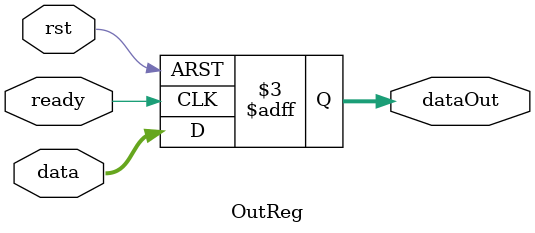
<source format=v>
module OutReg (
    input [7:0] data , 
    input ready , 
    input rst , 
    output reg [7:0] dataOut 
);
    
always @(negedge ready , negedge rst) begin
    if(~rst) begin 
        dataOut = 0 ; 
    end
    else begin
        dataOut = data ; 
    end
    
end

endmodule
</source>
